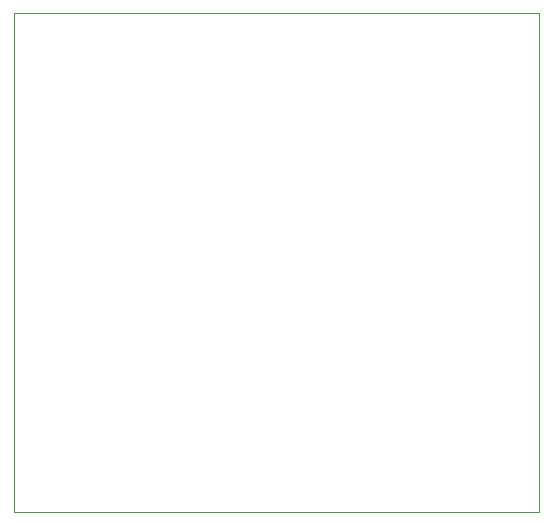
<source format=gbr>
%TF.GenerationSoftware,KiCad,Pcbnew,(6.0.0-rc1-dev-1248-ged6c68a1e)*%
%TF.CreationDate,2019-07-02T22:08:16-04:00*%
%TF.ProjectId,hummingbird,68756d6d-696e-4676-9269-72642e6b6963,rev?*%
%TF.SameCoordinates,Original*%
%TF.FileFunction,Profile,NP*%
%FSLAX46Y46*%
G04 Gerber Fmt 4.6, Leading zero omitted, Abs format (unit mm)*
G04 Created by KiCad (PCBNEW (6.0.0-rc1-dev-1248-ged6c68a1e)) date 07/02/19 22:08:16*
%MOMM*%
%LPD*%
G01*
G04 APERTURE LIST*
%ADD10C,0.100000*%
G04 APERTURE END LIST*
D10*
X128250000Y-178500000D02*
X128250000Y-136250000D01*
X130250000Y-178500000D02*
X128250000Y-178500000D01*
X172750000Y-178500000D02*
X130250000Y-178500000D01*
X172750000Y-178000000D02*
X172750000Y-178500000D01*
X172750000Y-136250000D02*
X172750000Y-178000000D01*
X128250000Y-136250000D02*
X172750000Y-136250000D01*
M02*

</source>
